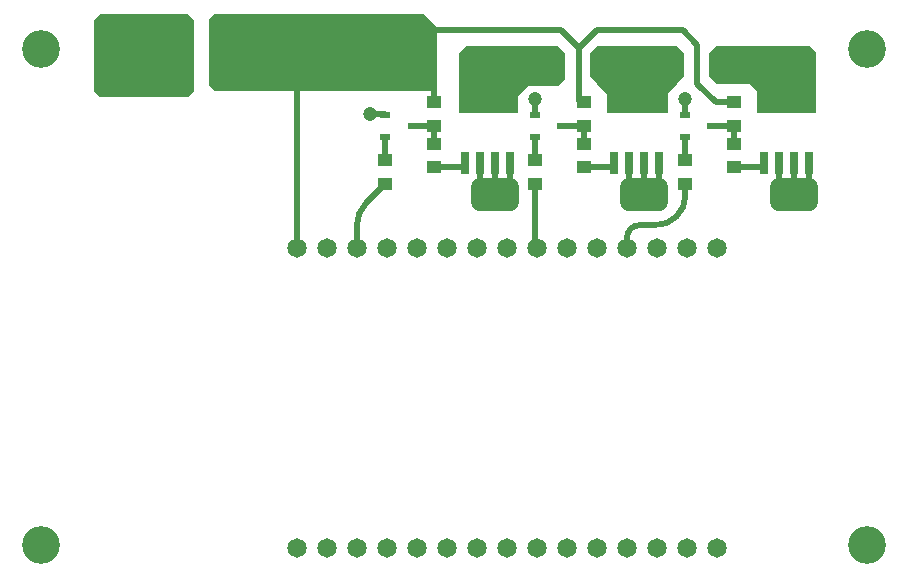
<source format=gbl>
G04*
G04 #@! TF.GenerationSoftware,Altium Limited,Altium Designer,20.2.7 (254)*
G04*
G04 Layer_Physical_Order=2*
G04 Layer_Color=16711680*
%FSLAX44Y44*%
%MOMM*%
G71*
G04*
G04 #@! TF.SameCoordinates,755CDBE2-D8D4-478F-80D2-7ADFAB3A315B*
G04*
G04*
G04 #@! TF.FilePolarity,Positive*
G04*
G01*
G75*
%ADD14C,1.6500*%
%ADD15C,3.2000*%
%ADD16C,2.0000*%
%ADD17C,1.2000*%
%ADD18C,0.5000*%
G04:AMPARAMS|DCode=19|XSize=0.5mm|YSize=0.9mm|CornerRadius=0.05mm|HoleSize=0mm|Usage=FLASHONLY|Rotation=270.000|XOffset=0mm|YOffset=0mm|HoleType=Round|Shape=RoundedRectangle|*
%AMROUNDEDRECTD19*
21,1,0.5000,0.8000,0,0,270.0*
21,1,0.4000,0.9000,0,0,270.0*
1,1,0.1000,-0.4000,-0.2000*
1,1,0.1000,-0.4000,0.2000*
1,1,0.1000,0.4000,0.2000*
1,1,0.1000,0.4000,-0.2000*
%
%ADD19ROUNDEDRECTD19*%
G04:AMPARAMS|DCode=20|XSize=1.1mm|YSize=1.25mm|CornerRadius=0.11mm|HoleSize=0mm|Usage=FLASHONLY|Rotation=270.000|XOffset=0mm|YOffset=0mm|HoleType=Round|Shape=RoundedRectangle|*
%AMROUNDEDRECTD20*
21,1,1.1000,1.0300,0,0,270.0*
21,1,0.8800,1.2500,0,0,270.0*
1,1,0.2200,-0.5150,-0.4400*
1,1,0.2200,-0.5150,0.4400*
1,1,0.2200,0.5150,0.4400*
1,1,0.2200,0.5150,-0.4400*
%
%ADD20ROUNDEDRECTD20*%
G04:AMPARAMS|DCode=21|XSize=0.72mm|YSize=1.8mm|CornerRadius=0.072mm|HoleSize=0mm|Usage=FLASHONLY|Rotation=0.000|XOffset=0mm|YOffset=0mm|HoleType=Round|Shape=RoundedRectangle|*
%AMROUNDEDRECTD21*
21,1,0.7200,1.6560,0,0,0.0*
21,1,0.5760,1.8000,0,0,0.0*
1,1,0.1440,0.2880,-0.8280*
1,1,0.1440,-0.2880,-0.8280*
1,1,0.1440,-0.2880,0.8280*
1,1,0.1440,0.2880,0.8280*
%
%ADD21ROUNDEDRECTD21*%
%ADD22C,1.5000*%
G36*
X170000Y485000D02*
Y425000D01*
X165000Y420000D01*
X90000Y420000D01*
X85000Y425000D01*
X85000Y485000D01*
X90000Y490000D01*
X165000Y490000D01*
X170000Y485000D01*
D02*
G37*
G36*
X376000Y478495D02*
X376000Y425000D01*
X187500D01*
X183000Y429500D01*
X183000Y485500D01*
X187500Y490000D01*
X364495Y490000D01*
X376000Y478495D01*
D02*
G37*
G36*
X484000Y457000D02*
Y435000D01*
X478000Y429000D01*
X459221Y429000D01*
X458500Y429095D01*
X457779Y429000D01*
X453000D01*
X444000Y420000D01*
X444000Y406000D01*
X394000Y406000D01*
X394000Y457000D01*
X400000Y463000D01*
X478000D01*
X484000Y457000D01*
D02*
G37*
G36*
X579000Y463000D02*
X585000Y457000D01*
X585000Y437000D01*
X579000Y431000D01*
X571000Y423000D01*
Y406000D01*
X520000D01*
X520000Y422000D01*
X511000Y431000D01*
X505000Y437000D01*
X505000Y457000D01*
X511000Y463000D01*
X579000Y463000D01*
D02*
G37*
G36*
X696500Y457500D02*
X696500Y406000D01*
X647000D01*
Y425000D01*
X641000Y431000D01*
X612000Y431000D01*
X606000Y437000D01*
Y457000D01*
X612000Y463000D01*
X691000Y463000D01*
X696500Y457500D01*
D02*
G37*
D14*
X282600Y38000D02*
D03*
X308000D02*
D03*
X333400D02*
D03*
X358800D02*
D03*
X257200D02*
D03*
X409600D02*
D03*
X384200D02*
D03*
X435000D02*
D03*
X460400D02*
D03*
X485800D02*
D03*
X511200D02*
D03*
X562000D02*
D03*
X536600D02*
D03*
X612800D02*
D03*
X587400D02*
D03*
X282600Y292000D02*
D03*
X308000D02*
D03*
X333400D02*
D03*
X358800D02*
D03*
X257200D02*
D03*
X409600D02*
D03*
X384200D02*
D03*
X435000D02*
D03*
X460400D02*
D03*
X485800D02*
D03*
X511200D02*
D03*
X562000D02*
D03*
X536600D02*
D03*
X612800D02*
D03*
X587400D02*
D03*
D15*
X740000Y40000D02*
D03*
Y460000D02*
D03*
X40000D02*
D03*
Y40000D02*
D03*
D16*
X420000Y445000D02*
D03*
X520000D02*
D03*
X470000D02*
D03*
X620000D02*
D03*
X670000D02*
D03*
X570000D02*
D03*
X272500D02*
D03*
X347500D02*
D03*
X122500D02*
D03*
X197500D02*
D03*
D17*
X92500Y468750D02*
D03*
Y455000D02*
D03*
Y441250D02*
D03*
X162500D02*
D03*
X148500Y482500D02*
D03*
X120500D02*
D03*
X134500D02*
D03*
X106500D02*
D03*
Y427500D02*
D03*
X134500D02*
D03*
X120500D02*
D03*
X148500D02*
D03*
X162500Y455000D02*
D03*
Y468750D02*
D03*
X162500Y427500D02*
D03*
X162500Y482500D02*
D03*
X92500Y482500D02*
D03*
Y427500D02*
D03*
X319000Y405000D02*
D03*
X585500Y418000D02*
D03*
X458500D02*
D03*
X678350Y343050D02*
D03*
X665650D02*
D03*
X691050D02*
D03*
Y330500D02*
D03*
X665650D02*
D03*
X678350D02*
D03*
X551350Y343050D02*
D03*
X538650D02*
D03*
X564050D02*
D03*
Y330500D02*
D03*
X538650D02*
D03*
X551350D02*
D03*
X424850D02*
D03*
X412150D02*
D03*
X437550D02*
D03*
Y343050D02*
D03*
X412150D02*
D03*
X424850D02*
D03*
D18*
X560600Y311000D02*
G03*
X586000Y336400I0J25400D01*
G01*
X547000Y311000D02*
G03*
X536600Y300600I0J-10400D01*
G01*
X315439Y329440D02*
G03*
X308000Y311479I17960J-17960D01*
G01*
X584000Y476000D02*
X596000Y464000D01*
X511000Y476000D02*
X584000D01*
X596000Y431000D02*
Y464000D01*
X496000Y461000D02*
X511000Y476000D01*
X547000Y311000D02*
X560600D01*
X536600Y292000D02*
Y300600D01*
X586000Y336400D02*
Y346000D01*
X308000Y292000D02*
Y311479D01*
X459000Y292000D02*
Y346000D01*
Y292000D02*
X460400D01*
X585500Y366000D02*
Y385500D01*
Y366000D02*
X586000D01*
X458500D02*
Y385500D01*
Y366000D02*
X459000D01*
X315439Y329440D02*
X332000Y346000D01*
X257200Y292000D02*
Y445000D01*
X272500D01*
X352000D02*
X373500D01*
Y415000D02*
Y445000D01*
X319000Y405000D02*
X331500D01*
X332000Y404500D01*
X496000Y416000D02*
X500000D01*
X496000D02*
Y461000D01*
X332000Y366000D02*
X332000Y366000D01*
Y385500D01*
X324000Y476000D02*
X481000D01*
X496000Y461000D01*
X596000Y431000D02*
X612000Y415000D01*
X627000D01*
X585500Y404500D02*
Y418000D01*
X458500Y404500D02*
Y418000D01*
X665650Y343050D02*
Y363500D01*
X678350Y343050D02*
Y363500D01*
X691050Y343050D02*
Y363500D01*
X538650Y343050D02*
Y363500D01*
X551350Y343050D02*
Y363500D01*
X564050Y343050D02*
Y363500D01*
X437550Y343050D02*
Y363500D01*
X424850Y343050D02*
Y363500D01*
X412150Y343050D02*
Y363500D01*
X627000Y395000D02*
Y395000D01*
Y380000D02*
Y395000D01*
X652950Y360000D02*
Y363500D01*
X608500Y395000D02*
X627000D01*
Y360000D02*
X652950D01*
X500000D02*
X525950D01*
Y363500D01*
X481500Y395000D02*
X500000D01*
Y380000D02*
Y395000D01*
Y395000D01*
X373500Y395000D02*
Y395000D01*
Y380000D02*
Y395000D01*
X355000D02*
X373500D01*
Y360000D02*
X399450D01*
Y363500D01*
D19*
X608500Y395000D02*
D03*
X585500Y404500D02*
D03*
Y385500D02*
D03*
X481500Y395000D02*
D03*
X458500Y404500D02*
D03*
Y385500D02*
D03*
X355000Y395000D02*
D03*
X332000Y404500D02*
D03*
Y385500D02*
D03*
D20*
X627000Y415000D02*
D03*
Y395000D02*
D03*
X586000Y366000D02*
D03*
Y346000D02*
D03*
X627000Y380000D02*
D03*
Y360000D02*
D03*
X500000Y380000D02*
D03*
Y360000D02*
D03*
X459000Y366000D02*
D03*
Y346000D02*
D03*
X500000Y415000D02*
D03*
Y395000D02*
D03*
X332000Y366000D02*
D03*
Y346000D02*
D03*
X373500Y380000D02*
D03*
Y360000D02*
D03*
Y415000D02*
D03*
Y395000D02*
D03*
D21*
X691050Y363500D02*
D03*
X678350D02*
D03*
X665650D02*
D03*
X652950D02*
D03*
X691050Y416500D02*
D03*
X678350D02*
D03*
X665650D02*
D03*
X652950D02*
D03*
X564050Y363500D02*
D03*
X551350D02*
D03*
X538650D02*
D03*
X525950D02*
D03*
X564050Y416500D02*
D03*
X551350D02*
D03*
X538650D02*
D03*
X525950D02*
D03*
X437550Y363500D02*
D03*
X424850D02*
D03*
X412150D02*
D03*
X399450D02*
D03*
X437550Y416500D02*
D03*
X424850D02*
D03*
X412150D02*
D03*
X399450D02*
D03*
D22*
X678350Y343050D02*
X691050D01*
X665650D02*
X678350D01*
X691050Y330500D02*
Y343050D01*
X665650Y330500D02*
X678350D01*
X691050D01*
X665650D02*
Y343050D01*
X551350D02*
X564050D01*
X538650D02*
X551350D01*
X564050Y330500D02*
Y343050D01*
X538650Y330500D02*
X551350D01*
X564050D01*
X538650D02*
Y343050D01*
X412150Y330500D02*
Y343050D01*
X424850Y330500D02*
X437550D01*
X412150D02*
X424850D01*
X437550D02*
Y343050D01*
X412150D02*
X424850D01*
X437550D01*
M02*

</source>
